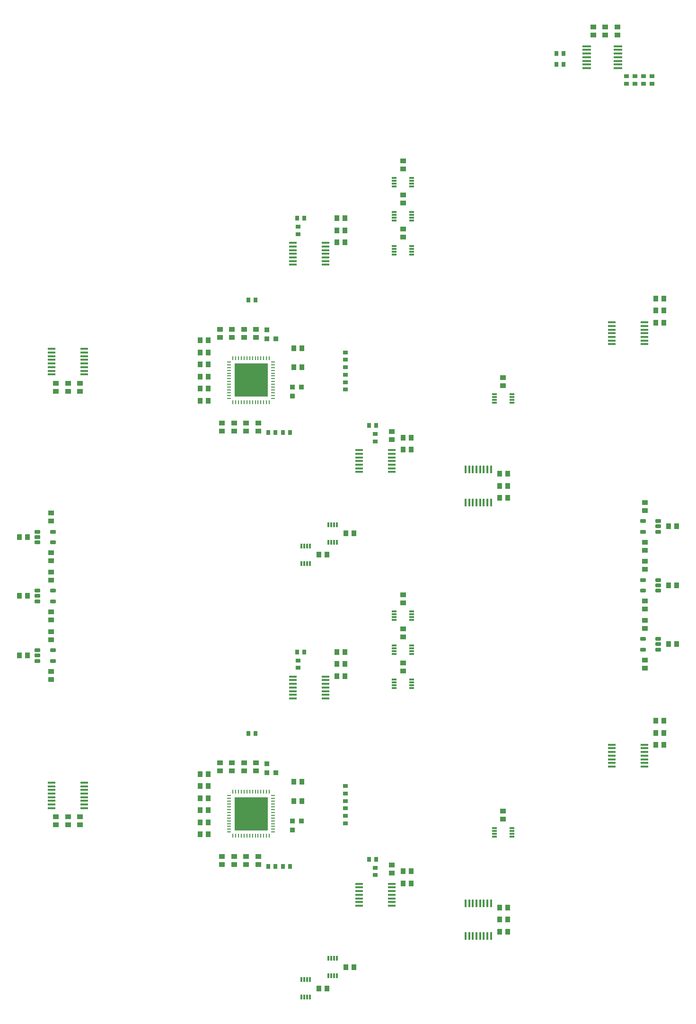
<source format=gbr>
G04*
G04 #@! TF.GenerationSoftware,Altium Limited,Altium Designer,23.5.1 (21)*
G04*
G04 Layer_Color=8421504*
%FSLAX26Y26*%
%MOIN*%
G70*
G04*
G04 #@! TF.SameCoordinates,6A5F5C75-F477-485A-9627-383C203D1060*
G04*
G04*
G04 #@! TF.FilePolarity,Positive*
G04*
G01*
G75*
%ADD15R,0.061024X0.011811*%
%ADD16R,0.061024X0.011811*%
%ADD17O,0.029528X0.009842*%
%ADD18O,0.009842X0.029528*%
%ADD19R,0.233858X0.233858*%
%ADD20R,0.041339X0.037402*%
%ADD21R,0.037402X0.031496*%
%ADD22R,0.031496X0.037402*%
%ADD23R,0.058071X0.017716*%
%ADD24R,0.037402X0.041339*%
%ADD25R,0.033465X0.011811*%
G04:AMPARAMS|DCode=26|XSize=23.622mil|YSize=39.37mil|CornerRadius=2.008mil|HoleSize=0mil|Usage=FLASHONLY|Rotation=270.000|XOffset=0mil|YOffset=0mil|HoleType=Round|Shape=RoundedRectangle|*
%AMROUNDEDRECTD26*
21,1,0.023622,0.035354,0,0,270.0*
21,1,0.019606,0.039370,0,0,270.0*
1,1,0.004016,-0.017677,-0.009803*
1,1,0.004016,-0.017677,0.009803*
1,1,0.004016,0.017677,0.009803*
1,1,0.004016,0.017677,-0.009803*
%
%ADD26ROUNDEDRECTD26*%
%ADD27R,0.017716X0.058071*%
%ADD28R,0.011811X0.033465*%
%ADD29R,0.035433X0.035433*%
%ADD30R,0.035433X0.035433*%
D15*
X4700236Y6851772D02*
D03*
Y6800591D02*
D03*
Y6749409D02*
D03*
Y6698228D02*
D03*
X4479764D02*
D03*
Y6749409D02*
D03*
Y6800591D02*
D03*
Y6851772D02*
D03*
D16*
X4700236Y6826181D02*
D03*
Y6775000D02*
D03*
Y6723819D02*
D03*
X4479764D02*
D03*
Y6775000D02*
D03*
Y6826181D02*
D03*
D17*
X1959488Y1572953D02*
D03*
Y1553268D02*
D03*
Y1533583D02*
D03*
Y1513898D02*
D03*
Y1494213D02*
D03*
Y1474527D02*
D03*
Y1454842D02*
D03*
Y1435158D02*
D03*
Y1415472D02*
D03*
Y1395787D02*
D03*
Y1376102D02*
D03*
Y1356417D02*
D03*
Y1336732D02*
D03*
Y1317047D02*
D03*
X2270512D02*
D03*
Y1336732D02*
D03*
Y1356417D02*
D03*
Y1376102D02*
D03*
Y1395787D02*
D03*
Y1415472D02*
D03*
Y1435158D02*
D03*
Y1454842D02*
D03*
Y1474527D02*
D03*
Y1494213D02*
D03*
Y1513898D02*
D03*
Y1533583D02*
D03*
Y1553268D02*
D03*
Y1572953D02*
D03*
X1959488Y4627953D02*
D03*
Y4608268D02*
D03*
Y4588583D02*
D03*
Y4568898D02*
D03*
Y4549213D02*
D03*
Y4529528D02*
D03*
Y4509842D02*
D03*
Y4490158D02*
D03*
Y4470472D02*
D03*
Y4450787D02*
D03*
Y4431102D02*
D03*
Y4411417D02*
D03*
Y4391732D02*
D03*
Y4372047D02*
D03*
X2270512D02*
D03*
Y4391732D02*
D03*
Y4411417D02*
D03*
Y4431102D02*
D03*
Y4450787D02*
D03*
Y4470472D02*
D03*
Y4490158D02*
D03*
Y4509842D02*
D03*
Y4529528D02*
D03*
Y4549213D02*
D03*
Y4568898D02*
D03*
Y4588583D02*
D03*
Y4608268D02*
D03*
Y4627953D02*
D03*
D18*
X1987047Y1289488D02*
D03*
X2006732D02*
D03*
X2026417D02*
D03*
X2046102D02*
D03*
X2065787D02*
D03*
X2085472D02*
D03*
X2105157D02*
D03*
X2124843D02*
D03*
X2144528D02*
D03*
X2164213D02*
D03*
X2183898D02*
D03*
X2203583D02*
D03*
X2223268D02*
D03*
X2242953D02*
D03*
Y1600512D02*
D03*
X2223268D02*
D03*
X2203583D02*
D03*
X2183898D02*
D03*
X2164213D02*
D03*
X2144528D02*
D03*
X2124843D02*
D03*
X2105157D02*
D03*
X2085472D02*
D03*
X2065787D02*
D03*
X2046102D02*
D03*
X2026417D02*
D03*
X2006732D02*
D03*
X1987047D02*
D03*
Y4344488D02*
D03*
X2006732D02*
D03*
X2026417D02*
D03*
X2046102D02*
D03*
X2065787D02*
D03*
X2085472D02*
D03*
X2105157D02*
D03*
X2124843D02*
D03*
X2144528D02*
D03*
X2164213D02*
D03*
X2183898D02*
D03*
X2203583D02*
D03*
X2223268D02*
D03*
X2242953D02*
D03*
Y4655512D02*
D03*
X2223268D02*
D03*
X2203583D02*
D03*
X2183898D02*
D03*
X2164213D02*
D03*
X2144528D02*
D03*
X2124843D02*
D03*
X2105157D02*
D03*
X2085472D02*
D03*
X2065787D02*
D03*
X2046102D02*
D03*
X2026417D02*
D03*
X2006732D02*
D03*
X1987047D02*
D03*
D19*
X2115000Y1445000D02*
D03*
Y4500000D02*
D03*
D20*
X4695000Y6931457D02*
D03*
Y6988543D02*
D03*
X4610000Y6931457D02*
D03*
Y6988543D02*
D03*
X4525000Y6931457D02*
D03*
Y6988543D02*
D03*
X1895000Y4801456D02*
D03*
X1910000Y4198544D02*
D03*
X1895000Y1746456D02*
D03*
X1910000Y1143544D02*
D03*
X3890000Y4518544D02*
D03*
X3185000Y6043544D02*
D03*
Y5803544D02*
D03*
Y5563544D02*
D03*
X3105000Y4138544D02*
D03*
X4890000Y3301456D02*
D03*
Y3638544D02*
D03*
Y3223544D02*
D03*
X2165000Y4141456D02*
D03*
X2080000D02*
D03*
X4890000Y2886456D02*
D03*
Y2808544D02*
D03*
X3185000Y2988544D02*
D03*
Y2748544D02*
D03*
Y2508544D02*
D03*
X4890000Y2471456D02*
D03*
X3890000Y1463544D02*
D03*
X3105000Y1083544D02*
D03*
X2165000Y1086456D02*
D03*
X2080000D02*
D03*
X2065000Y4858544D02*
D03*
X1895000D02*
D03*
X1980000D02*
D03*
X1995000Y4141456D02*
D03*
X1910000D02*
D03*
X910000Y4421456D02*
D03*
X740000D02*
D03*
X825000D02*
D03*
X705000Y3563544D02*
D03*
Y3148544D02*
D03*
Y3226456D02*
D03*
Y2728544D02*
D03*
Y2811456D02*
D03*
Y2391456D02*
D03*
X2065000Y1803544D02*
D03*
X1980000D02*
D03*
X1895000D02*
D03*
X1995000Y1086456D02*
D03*
X1910000D02*
D03*
X825000Y1366456D02*
D03*
X910000D02*
D03*
X740000D02*
D03*
X2150000Y1803544D02*
D03*
Y1746456D02*
D03*
X3105000Y1026456D02*
D03*
X3185000Y2691456D02*
D03*
Y2451456D02*
D03*
Y2931456D02*
D03*
X1995000Y1143544D02*
D03*
X1980000Y1746456D02*
D03*
X3890000Y1406456D02*
D03*
X2080000Y1143544D02*
D03*
X2065000Y1746456D02*
D03*
X2165000Y1143544D02*
D03*
Y4198544D02*
D03*
X2065000Y4801456D02*
D03*
X2080000Y4198544D02*
D03*
X3890000Y4461456D02*
D03*
X1980000Y4801456D02*
D03*
X1995000Y4198544D02*
D03*
X3185000Y5986456D02*
D03*
Y5506456D02*
D03*
Y5746456D02*
D03*
X3105000Y4081456D02*
D03*
X2150000Y4858544D02*
D03*
Y4801456D02*
D03*
X4890000Y2528544D02*
D03*
X705000Y2671456D02*
D03*
X4890000Y2751456D02*
D03*
X705000Y2448544D02*
D03*
X4890000Y3358544D02*
D03*
Y2943544D02*
D03*
Y3581456D02*
D03*
Y3166456D02*
D03*
X705000Y3506456D02*
D03*
Y3091456D02*
D03*
Y3283544D02*
D03*
Y2868544D02*
D03*
X740000Y4478544D02*
D03*
X825000D02*
D03*
X910000D02*
D03*
X740000Y1423544D02*
D03*
X825000D02*
D03*
X910000D02*
D03*
D21*
X4940000Y6589409D02*
D03*
Y6640591D02*
D03*
X4820000Y6589409D02*
D03*
Y6640591D02*
D03*
X4880000Y6589409D02*
D03*
Y6640591D02*
D03*
X4760000Y6589409D02*
D03*
Y6640591D02*
D03*
X2779198Y4643600D02*
D03*
Y4538600D02*
D03*
Y4433600D02*
D03*
Y1588600D02*
D03*
Y1483600D02*
D03*
Y1378600D02*
D03*
Y1639780D02*
D03*
X2445000Y2525590D02*
D03*
Y2474410D02*
D03*
X2779198Y1534780D02*
D03*
X2990000Y1065590D02*
D03*
Y1014410D02*
D03*
X2779198Y1429780D02*
D03*
Y4484780D02*
D03*
X2990000Y4120590D02*
D03*
Y4069410D02*
D03*
X2779198Y4589780D02*
D03*
X2445000Y5580590D02*
D03*
Y5529410D02*
D03*
X2779198Y4694780D02*
D03*
D22*
X4264409Y6725000D02*
D03*
X4315591D02*
D03*
X4315590Y6800000D02*
D03*
X4264410D02*
D03*
X2490590Y5640000D02*
D03*
X2145590Y5065000D02*
D03*
X2944410Y4180000D02*
D03*
X2285590Y4130000D02*
D03*
X2390590D02*
D03*
X2490590Y2585000D02*
D03*
X2145590Y2010000D02*
D03*
X2944410Y1125000D02*
D03*
X2285590Y1075000D02*
D03*
X2390590D02*
D03*
X2094410Y2010000D02*
D03*
X2339410Y1075000D02*
D03*
X2234410D02*
D03*
X2439410Y2585000D02*
D03*
X2995590Y1125000D02*
D03*
Y4180000D02*
D03*
X2439410Y5640000D02*
D03*
X2234410Y4130000D02*
D03*
X2339410D02*
D03*
X2094410Y5065000D02*
D03*
D23*
X4654330Y4804410D02*
D03*
X2409330Y5364410D02*
D03*
Y2309410D02*
D03*
X4654330Y1829410D02*
D03*
X2874330Y3904410D02*
D03*
Y849410D02*
D03*
X4654330Y4753228D02*
D03*
X2409330Y5313228D02*
D03*
X2874330Y3853228D02*
D03*
X4654330Y1778228D02*
D03*
X2409330Y2258228D02*
D03*
X2874330Y798228D02*
D03*
X709330Y4642796D02*
D03*
Y1664566D02*
D03*
Y1638976D02*
D03*
Y1587796D02*
D03*
Y1485434D02*
D03*
X4654330Y4906772D02*
D03*
Y4881182D02*
D03*
Y4855590D02*
D03*
Y4830000D02*
D03*
Y4778818D02*
D03*
X4885670Y4753228D02*
D03*
Y4778818D02*
D03*
Y4804410D02*
D03*
Y4830000D02*
D03*
Y4855590D02*
D03*
Y4881182D02*
D03*
Y4906772D02*
D03*
X2409330Y2411772D02*
D03*
Y2386182D02*
D03*
Y2360590D02*
D03*
Y2335000D02*
D03*
Y2283818D02*
D03*
X2640670Y2258228D02*
D03*
Y2283818D02*
D03*
Y2309410D02*
D03*
Y2335000D02*
D03*
Y2360590D02*
D03*
Y2386182D02*
D03*
Y2411772D02*
D03*
X2874330Y951772D02*
D03*
Y926182D02*
D03*
Y900590D02*
D03*
Y875000D02*
D03*
Y823818D02*
D03*
X3105670Y798228D02*
D03*
Y823818D02*
D03*
Y849410D02*
D03*
Y875000D02*
D03*
Y900590D02*
D03*
Y926182D02*
D03*
Y951772D02*
D03*
X2874330Y4006772D02*
D03*
Y3981182D02*
D03*
Y3955590D02*
D03*
Y3930000D02*
D03*
Y3878818D02*
D03*
X3105670Y3853228D02*
D03*
Y3878818D02*
D03*
Y3904410D02*
D03*
Y3930000D02*
D03*
Y3955590D02*
D03*
Y3981182D02*
D03*
Y4006772D02*
D03*
X2409330Y5466772D02*
D03*
Y5441182D02*
D03*
Y5415590D02*
D03*
Y5390000D02*
D03*
Y5338818D02*
D03*
X2640670Y5313228D02*
D03*
Y5338818D02*
D03*
Y5364410D02*
D03*
Y5390000D02*
D03*
Y5415590D02*
D03*
Y5441182D02*
D03*
Y5466772D02*
D03*
X4885670Y1931772D02*
D03*
Y1906182D02*
D03*
Y1880590D02*
D03*
Y1855000D02*
D03*
Y1829410D02*
D03*
Y1803818D02*
D03*
Y1778228D02*
D03*
X4654330Y1803818D02*
D03*
Y1855000D02*
D03*
Y1880590D02*
D03*
Y1906182D02*
D03*
Y1931772D02*
D03*
X940670Y4540434D02*
D03*
Y4566024D02*
D03*
Y4591614D02*
D03*
Y4617204D02*
D03*
Y4642796D02*
D03*
Y4668386D02*
D03*
Y4693976D02*
D03*
Y4719566D02*
D03*
X709330D02*
D03*
Y4693976D02*
D03*
Y4668386D02*
D03*
Y4617204D02*
D03*
Y4591614D02*
D03*
Y4566024D02*
D03*
Y4540434D02*
D03*
Y1511024D02*
D03*
Y1536614D02*
D03*
Y1562204D02*
D03*
Y1613386D02*
D03*
X940670Y1664566D02*
D03*
Y1638976D02*
D03*
Y1613386D02*
D03*
Y1587796D02*
D03*
Y1562204D02*
D03*
Y1536614D02*
D03*
Y1511024D02*
D03*
Y1485434D02*
D03*
D24*
X1813544Y4440000D02*
D03*
Y1385000D02*
D03*
X5023544Y5075000D02*
D03*
Y4990000D02*
D03*
Y4905000D02*
D03*
X3243544Y4095000D02*
D03*
X5056456Y3470000D02*
D03*
X3923544Y3840000D02*
D03*
Y3755000D02*
D03*
X3243544Y4010000D02*
D03*
X3923544Y3670000D02*
D03*
X2777086Y5555000D02*
D03*
Y5640000D02*
D03*
Y5470000D02*
D03*
X2473544Y4590000D02*
D03*
Y4725000D02*
D03*
X2838544Y3420000D02*
D03*
X2648544Y3270000D02*
D03*
X5056456Y3055000D02*
D03*
Y2640000D02*
D03*
X5023544Y2015000D02*
D03*
Y2100000D02*
D03*
Y1930000D02*
D03*
X3923544Y700000D02*
D03*
Y785000D02*
D03*
Y615000D02*
D03*
X3243544Y955000D02*
D03*
Y1040000D02*
D03*
X2777086Y2500000D02*
D03*
Y2585000D02*
D03*
Y2415000D02*
D03*
X2473544Y1535000D02*
D03*
Y1670000D02*
D03*
X2838544Y365000D02*
D03*
X2648544Y215000D02*
D03*
X1756456Y4780000D02*
D03*
Y4610000D02*
D03*
Y4695000D02*
D03*
Y4440000D02*
D03*
Y4525000D02*
D03*
Y4355000D02*
D03*
X538544Y3395000D02*
D03*
Y2980000D02*
D03*
Y2560000D02*
D03*
X1756456Y1725000D02*
D03*
Y1640000D02*
D03*
Y1555000D02*
D03*
Y1470000D02*
D03*
Y1385000D02*
D03*
Y1300000D02*
D03*
X4966456Y5075000D02*
D03*
Y4905000D02*
D03*
Y4990000D02*
D03*
X2720000Y2585000D02*
D03*
Y2500000D02*
D03*
Y2415000D02*
D03*
X3186456Y1040000D02*
D03*
Y955000D02*
D03*
X3866456Y785000D02*
D03*
Y700000D02*
D03*
Y615000D02*
D03*
X2781456Y365000D02*
D03*
X2591456Y215000D02*
D03*
X1813544Y1470000D02*
D03*
Y1300000D02*
D03*
X2416456Y1670000D02*
D03*
X1813544Y1555000D02*
D03*
Y1640000D02*
D03*
Y1725000D02*
D03*
X2416456Y1535000D02*
D03*
X1813544Y4780000D02*
D03*
Y4695000D02*
D03*
Y4610000D02*
D03*
X2416456Y4590000D02*
D03*
Y4725000D02*
D03*
X1813544Y4355000D02*
D03*
Y4525000D02*
D03*
X2591456Y3270000D02*
D03*
X2781456Y3420000D02*
D03*
X3866456Y3670000D02*
D03*
Y3755000D02*
D03*
Y3840000D02*
D03*
X3186456Y4010000D02*
D03*
Y4095000D02*
D03*
X2720000Y5470000D02*
D03*
Y5555000D02*
D03*
Y5640000D02*
D03*
X5113544Y2640000D02*
D03*
X481456Y2560000D02*
D03*
X5113544Y3470000D02*
D03*
Y3055000D02*
D03*
X481456Y3395000D02*
D03*
Y2980000D02*
D03*
X4966456Y1930000D02*
D03*
Y2015000D02*
D03*
Y2100000D02*
D03*
D25*
X3827992Y4340472D02*
D03*
X3122992Y5865472D02*
D03*
Y5385472D02*
D03*
Y5625472D02*
D03*
Y2810472D02*
D03*
Y2570472D02*
D03*
X3827992Y1285472D02*
D03*
X3122992Y2330472D02*
D03*
X3247008Y2629528D02*
D03*
Y2609842D02*
D03*
Y2590158D02*
D03*
Y2570472D02*
D03*
X3122992Y2590158D02*
D03*
Y2609842D02*
D03*
Y2629528D02*
D03*
X3247008Y2389528D02*
D03*
Y2369842D02*
D03*
Y2350158D02*
D03*
Y2330472D02*
D03*
X3122992Y2350158D02*
D03*
Y2369842D02*
D03*
Y2389528D02*
D03*
X3247008Y2869528D02*
D03*
Y2849842D02*
D03*
Y2830158D02*
D03*
Y2810472D02*
D03*
X3122992Y2830158D02*
D03*
Y2849842D02*
D03*
Y2869528D02*
D03*
X3952008Y1344528D02*
D03*
Y1324842D02*
D03*
Y1305158D02*
D03*
Y1285472D02*
D03*
X3827992Y1305158D02*
D03*
Y1324842D02*
D03*
Y1344528D02*
D03*
X3952008Y4399528D02*
D03*
Y4379842D02*
D03*
Y4360158D02*
D03*
Y4340472D02*
D03*
X3827992Y4360158D02*
D03*
Y4379842D02*
D03*
Y4399528D02*
D03*
X3122992Y5924528D02*
D03*
Y5904842D02*
D03*
Y5885158D02*
D03*
X3247008Y5865472D02*
D03*
Y5885158D02*
D03*
Y5904842D02*
D03*
Y5924528D02*
D03*
X3122992Y5444528D02*
D03*
Y5424842D02*
D03*
Y5405158D02*
D03*
X3247008Y5385472D02*
D03*
Y5405158D02*
D03*
Y5424842D02*
D03*
Y5444528D02*
D03*
X3122992Y5684528D02*
D03*
Y5664842D02*
D03*
Y5645158D02*
D03*
X3247008Y5625472D02*
D03*
Y5645158D02*
D03*
Y5664842D02*
D03*
Y5684528D02*
D03*
D26*
X4984134Y3470000D02*
D03*
Y3055000D02*
D03*
Y2640000D02*
D03*
X610866Y3395000D02*
D03*
Y2980000D02*
D03*
Y2560000D02*
D03*
X4875866Y2602598D02*
D03*
Y2677402D02*
D03*
X4984134D02*
D03*
Y2602598D02*
D03*
X610866Y2597402D02*
D03*
Y2522598D02*
D03*
X719134D02*
D03*
Y2597402D02*
D03*
X4984134Y3432598D02*
D03*
Y3507402D02*
D03*
X4875866D02*
D03*
Y3432598D02*
D03*
Y3017598D02*
D03*
Y3092402D02*
D03*
X4984134D02*
D03*
Y3017598D02*
D03*
X610866Y3432402D02*
D03*
Y3357598D02*
D03*
X719134D02*
D03*
Y3432402D02*
D03*
X610866Y3017402D02*
D03*
Y2942598D02*
D03*
X719134D02*
D03*
Y3017402D02*
D03*
D27*
X3702204Y3639330D02*
D03*
Y584330D02*
D03*
X3804566Y815670D02*
D03*
X3778976D02*
D03*
X3753386D02*
D03*
X3727796D02*
D03*
X3702204D02*
D03*
X3676614D02*
D03*
X3651024D02*
D03*
X3625434D02*
D03*
Y584330D02*
D03*
X3651024D02*
D03*
X3676614D02*
D03*
X3727796D02*
D03*
X3753386D02*
D03*
X3778976D02*
D03*
X3804566D02*
D03*
Y3870670D02*
D03*
X3778976D02*
D03*
X3753386D02*
D03*
X3727796D02*
D03*
X3702204D02*
D03*
X3676614D02*
D03*
X3651024D02*
D03*
X3625434D02*
D03*
Y3639330D02*
D03*
X3651024D02*
D03*
X3676614D02*
D03*
X3727796D02*
D03*
X3753386D02*
D03*
X3778976D02*
D03*
X3804566D02*
D03*
D28*
X2660472Y3482008D02*
D03*
X2470472Y3332008D02*
D03*
X2660472Y427008D02*
D03*
X2470472Y277008D02*
D03*
X2719528Y302992D02*
D03*
X2699842D02*
D03*
X2680158D02*
D03*
X2660472D02*
D03*
X2680158Y427008D02*
D03*
X2699842D02*
D03*
X2719528D02*
D03*
X2529528Y152992D02*
D03*
X2509842D02*
D03*
X2490158D02*
D03*
X2470472D02*
D03*
X2490158Y277008D02*
D03*
X2509842D02*
D03*
X2529528D02*
D03*
Y3207992D02*
D03*
X2509842D02*
D03*
X2490158D02*
D03*
X2470472D02*
D03*
X2490158Y3332008D02*
D03*
X2509842D02*
D03*
X2529528D02*
D03*
X2719528Y3357992D02*
D03*
X2699842D02*
D03*
X2680158D02*
D03*
X2660472D02*
D03*
X2680158Y3482008D02*
D03*
X2699842D02*
D03*
X2719528D02*
D03*
D29*
X2225000Y1735000D02*
D03*
X2287992D02*
D03*
X2225000Y1797992D02*
D03*
Y4790000D02*
D03*
X2287992D02*
D03*
X2225000Y4852992D02*
D03*
D30*
X2405000Y1395000D02*
D03*
Y1332008D02*
D03*
X2467992Y1395000D02*
D03*
X2405000Y4450000D02*
D03*
Y4387008D02*
D03*
X2467992Y4450000D02*
D03*
M02*

</source>
